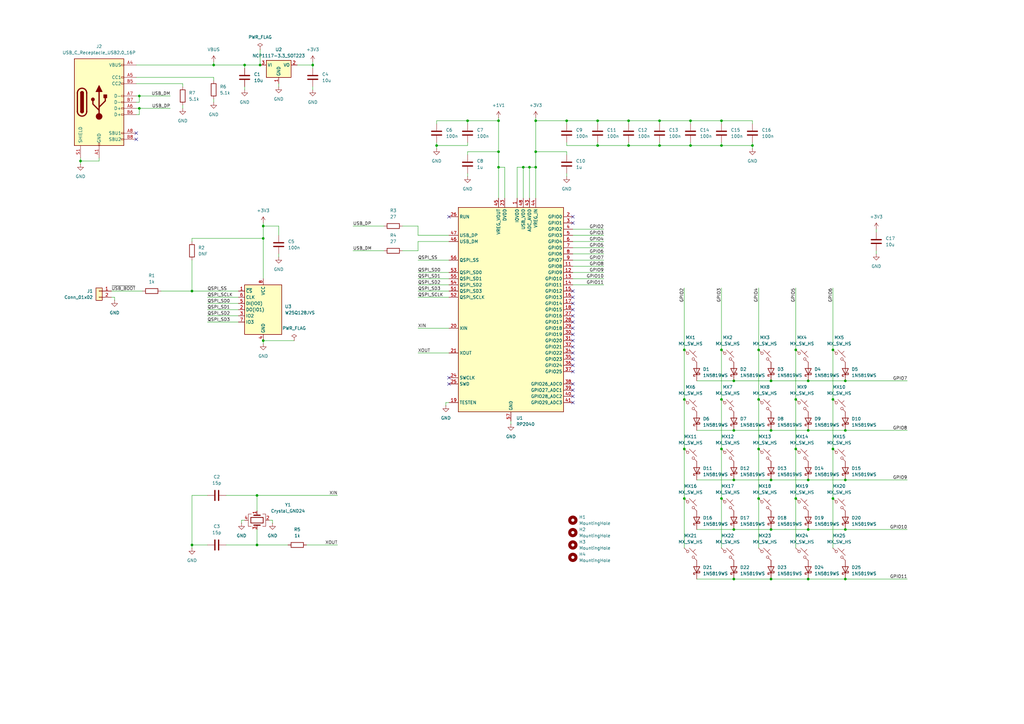
<source format=kicad_sch>
(kicad_sch (version 20231120) (generator "eeschema") (generator_version "8.0")
  (paper "A3")
  (title_block (title "Jakarta R1") (date "2024-06-16") (rev "1") (company "Gingaishi"))
  (junction (at 57.15 44.45))
  (junction (at 295.91 184.15))
  (junction (at 316.23 237.49))
  (junction (at 219.71 68.58))
  (junction (at 346.71 217.17))
  (junction (at 300.99 237.49))
  (junction (at 283.21 49.53))
  (junction (at 331.47 176.53))
  (junction (at 100.33 26.67))
  (junction (at 204.47 49.53))
  (junction (at 217.17 68.58))
  (junction (at 295.91 49.53))
  (junction (at 346.71 176.53))
  (junction (at 311.15 143.51))
  (junction (at 300.99 156.21))
  (junction (at 331.47 237.49))
  (junction (at 232.41 49.53))
  (junction (at 107.95 97.79))
  (junction (at 257.81 59.69))
  (junction (at 78.74 223.52))
  (junction (at 105.41 223.52))
  (junction (at 295.91 204.47))
  (junction (at 280.67 184.15))
  (junction (at 311.15 204.47))
  (junction (at 204.47 68.58))
  (junction (at 105.41 203.2))
  (junction (at 311.15 163.83))
  (junction (at 308.61 59.69))
  (junction (at 107.95 139.7))
  (junction (at 326.39 204.47))
  (junction (at 326.39 143.51))
  (junction (at 257.81 49.53))
  (junction (at 295.91 143.51))
  (junction (at 316.23 156.21))
  (junction (at 341.63 163.83))
  (junction (at 346.71 196.85))
  (junction (at 341.63 184.15))
  (junction (at 245.11 49.53))
  (junction (at 341.63 204.47))
  (junction (at 295.91 163.83))
  (junction (at 300.99 176.53))
  (junction (at 106.68 26.67))
  (junction (at 283.21 59.69))
  (junction (at 316.23 176.53))
  (junction (at 191.77 49.53))
  (junction (at 107.95 92.71))
  (junction (at 219.71 62.23))
  (junction (at 270.51 59.69))
  (junction (at 204.47 62.23))
  (junction (at 280.67 204.47))
  (junction (at 295.91 59.69))
  (junction (at 341.63 143.51))
  (junction (at 280.67 163.83))
  (junction (at 316.23 217.17))
  (junction (at 326.39 184.15))
  (junction (at 33.02 66.04))
  (junction (at 270.51 49.53))
  (junction (at 331.47 217.17))
  (junction (at 179.07 59.69))
  (junction (at 316.23 196.85))
  (junction (at 87.63 26.67))
  (junction (at 128.27 26.67))
  (junction (at 245.11 59.69))
  (junction (at 331.47 196.85))
  (junction (at 346.71 237.49))
  (junction (at 346.71 156.21))
  (junction (at 78.74 119.38))
  (junction (at 331.47 156.21))
  (junction (at 219.71 49.53))
  (junction (at 326.39 163.83))
  (junction (at 311.15 184.15))
  (junction (at 300.99 196.85))
  (junction (at 57.15 39.37))
  (junction (at 214.63 68.58))
  (junction (at 300.99 217.17))
  (junction (at 280.67 143.51))
  (no_connect (at 234.95 149.86))
  (no_connect (at 234.95 129.54))
  (no_connect (at 184.15 157.48))
  (no_connect (at 234.95 157.48))
  (no_connect (at 55.88 57.15))
  (no_connect (at 234.95 137.16))
  (no_connect (at 234.95 165.1))
  (no_connect (at 234.95 162.56))
  (no_connect (at 234.95 139.7))
  (no_connect (at 234.95 121.92))
  (no_connect (at 234.95 134.62))
  (no_connect (at 234.95 152.4))
  (no_connect (at 234.95 124.46))
  (no_connect (at 234.95 160.02))
  (no_connect (at 55.88 54.61))
  (no_connect (at 234.95 91.44))
  (no_connect (at 234.95 119.38))
  (no_connect (at 234.95 127))
  (no_connect (at 234.95 88.9))
  (no_connect (at 234.95 147.32))
  (no_connect (at 234.95 142.24))
  (no_connect (at 184.15 154.94))
  (no_connect (at 184.15 88.9))
  (no_connect (at 234.95 144.78))
  (no_connect (at 234.95 132.08))
  (wire (pts (xy 245.11 49.53) (xy 232.41 49.53)))
  (wire (pts (xy 270.51 50.8) (xy 270.51 49.53)))
  (wire (pts (xy 285.75 156.21) (xy 300.99 156.21)))
  (wire (pts (xy 234.95 93.98) (xy 247.65 93.98)))
  (wire (pts (xy 55.88 46.99) (xy 57.15 46.99)))
  (wire (pts (xy 191.77 49.53) (xy 204.47 49.53)))
  (wire (pts (xy 78.74 97.79) (xy 107.95 97.79)))
  (wire (pts (xy 295.91 184.15) (xy 295.91 204.47)))
  (wire (pts (xy 234.95 114.3) (xy 247.65 114.3)))
  (wire (pts (xy 128.27 26.67) (xy 128.27 27.94)))
  (wire (pts (xy 234.95 116.84) (xy 247.65 116.84)))
  (wire (pts (xy 331.47 196.85) (xy 346.71 196.85)))
  (wire (pts (xy 171.45 92.71) (xy 171.45 96.52)))
  (wire (pts (xy 234.95 109.22) (xy 247.65 109.22)))
  (wire (pts (xy 179.07 59.69) (xy 179.07 60.96)))
  (wire (pts (xy 311.15 163.83) (xy 311.15 184.15)))
  (wire (pts (xy 295.91 204.47) (xy 295.91 224.79)))
  (wire (pts (xy 232.41 62.23) (xy 219.71 62.23)))
  (wire (pts (xy 316.23 196.85) (xy 331.47 196.85)))
  (wire (pts (xy 165.1 102.87) (xy 171.45 102.87)))
  (wire (pts (xy 346.71 217.17) (xy 372.11 217.17)))
  (wire (pts (xy 191.77 71.12) (xy 191.77 72.39)))
  (wire (pts (xy 245.11 50.8) (xy 245.11 49.53)))
  (wire (pts (xy 105.41 223.52) (xy 105.41 217.17)))
  (wire (pts (xy 280.67 163.83) (xy 280.67 184.15)))
  (wire (pts (xy 234.95 106.68) (xy 247.65 106.68)))
  (wire (pts (xy 157.48 92.71) (xy 144.78 92.71)))
  (wire (pts (xy 280.67 143.51) (xy 280.67 163.83)))
  (wire (pts (xy 87.63 26.67) (xy 100.33 26.67)))
  (wire (pts (xy 74.93 34.29) (xy 74.93 35.56)))
  (wire (pts (xy 212.09 81.28) (xy 212.09 68.58)))
  (wire (pts (xy 346.71 176.53) (xy 372.11 176.53)))
  (wire (pts (xy 232.41 58.42) (xy 232.41 59.69)))
  (wire (pts (xy 219.71 68.58) (xy 219.71 62.23)))
  (wire (pts (xy 171.45 114.3) (xy 184.15 114.3)))
  (wire (pts (xy 331.47 156.21) (xy 346.71 156.21)))
  (wire (pts (xy 78.74 106.68) (xy 78.74 119.38)))
  (wire (pts (xy 33.02 64.77) (xy 33.02 66.04)))
  (wire (pts (xy 85.09 129.54) (xy 97.79 129.54)))
  (wire (pts (xy 300.99 237.49) (xy 316.23 237.49)))
  (wire (pts (xy 87.63 40.64) (xy 87.63 41.91)))
  (wire (pts (xy 283.21 58.42) (xy 283.21 59.69)))
  (wire (pts (xy 55.88 26.67) (xy 87.63 26.67)))
  (wire (pts (xy 33.02 66.04) (xy 33.02 67.31)))
  (wire (pts (xy 300.99 176.53) (xy 316.23 176.53)))
  (wire (pts (xy 106.68 20.32) (xy 106.68 26.67)))
  (wire (pts (xy 219.71 81.28) (xy 219.71 68.58)))
  (wire (pts (xy 125.73 223.52) (xy 138.43 223.52)))
  (wire (pts (xy 128.27 25.4) (xy 128.27 26.67)))
  (wire (pts (xy 341.63 143.51) (xy 341.63 118.11)))
  (wire (pts (xy 295.91 143.51) (xy 295.91 163.83)))
  (wire (pts (xy 57.15 41.91) (xy 57.15 39.37)))
  (wire (pts (xy 46.99 123.19) (xy 46.99 121.92)))
  (wire (pts (xy 341.63 184.15) (xy 341.63 204.47)))
  (wire (pts (xy 191.77 59.69) (xy 191.77 58.42)))
  (wire (pts (xy 311.15 143.51) (xy 311.15 163.83)))
  (wire (pts (xy 179.07 50.8) (xy 179.07 49.53)))
  (wire (pts (xy 107.95 92.71) (xy 114.3 92.71)))
  (wire (pts (xy 105.41 203.2) (xy 138.43 203.2)))
  (wire (pts (xy 107.95 91.44) (xy 107.95 92.71)))
  (wire (pts (xy 57.15 39.37) (xy 69.85 39.37)))
  (wire (pts (xy 85.09 124.46) (xy 97.79 124.46)))
  (wire (pts (xy 245.11 58.42) (xy 245.11 59.69)))
  (wire (pts (xy 107.95 92.71) (xy 107.95 97.79)))
  (wire (pts (xy 232.41 50.8) (xy 232.41 49.53)))
  (wire (pts (xy 331.47 217.17) (xy 346.71 217.17)))
  (wire (pts (xy 316.23 156.21) (xy 331.47 156.21)))
  (wire (pts (xy 234.95 101.6) (xy 247.65 101.6)))
  (wire (pts (xy 171.45 102.87) (xy 171.45 99.06)))
  (wire (pts (xy 311.15 184.15) (xy 311.15 204.47)))
  (wire (pts (xy 171.45 134.62) (xy 184.15 134.62)))
  (wire (pts (xy 85.09 132.08) (xy 97.79 132.08)))
  (wire (pts (xy 179.07 59.69) (xy 191.77 59.69)))
  (wire (pts (xy 85.09 203.2) (xy 78.74 203.2)))
  (wire (pts (xy 285.75 196.85) (xy 300.99 196.85)))
  (wire (pts (xy 311.15 204.47) (xy 311.15 224.79)))
  (wire (pts (xy 40.64 66.04) (xy 40.64 64.77)))
  (wire (pts (xy 234.95 111.76) (xy 247.65 111.76)))
  (wire (pts (xy 326.39 143.51) (xy 326.39 163.83)))
  (wire (pts (xy 55.88 41.91) (xy 57.15 41.91)))
  (wire (pts (xy 280.67 204.47) (xy 280.67 224.79)))
  (wire (pts (xy 55.88 34.29) (xy 74.93 34.29)))
  (wire (pts (xy 316.23 217.17) (xy 331.47 217.17)))
  (wire (pts (xy 55.88 44.45) (xy 57.15 44.45)))
  (wire (pts (xy 46.99 121.92) (xy 45.72 121.92)))
  (wire (pts (xy 114.3 92.71) (xy 114.3 96.52)))
  (wire (pts (xy 171.45 96.52) (xy 184.15 96.52)))
  (wire (pts (xy 171.45 111.76) (xy 184.15 111.76)))
  (wire (pts (xy 283.21 59.69) (xy 295.91 59.69)))
  (wire (pts (xy 78.74 223.52) (xy 85.09 223.52)))
  (wire (pts (xy 55.88 31.75) (xy 87.63 31.75)))
  (wire (pts (xy 295.91 50.8) (xy 295.91 49.53)))
  (wire (pts (xy 78.74 203.2) (xy 78.74 223.52)))
  (wire (pts (xy 171.45 121.92) (xy 184.15 121.92)))
  (wire (pts (xy 300.99 196.85) (xy 316.23 196.85)))
  (wire (pts (xy 346.71 196.85) (xy 372.11 196.85)))
  (wire (pts (xy 257.81 59.69) (xy 270.51 59.69)))
  (wire (pts (xy 128.27 35.56) (xy 128.27 36.83)))
  (wire (pts (xy 121.92 26.67) (xy 128.27 26.67)))
  (wire (pts (xy 85.09 121.92) (xy 97.79 121.92)))
  (wire (pts (xy 346.71 237.49) (xy 372.11 237.49)))
  (wire (pts (xy 182.88 166.37) (xy 182.88 165.1)))
  (wire (pts (xy 100.33 26.67) (xy 100.33 27.94)))
  (wire (pts (xy 232.41 71.12) (xy 232.41 72.39)))
  (wire (pts (xy 171.45 99.06) (xy 184.15 99.06)))
  (wire (pts (xy 204.47 68.58) (xy 204.47 81.28)))
  (wire (pts (xy 171.45 106.68) (xy 184.15 106.68)))
  (wire (pts (xy 207.01 81.28) (xy 207.01 68.58)))
  (wire (pts (xy 57.15 46.99) (xy 57.15 44.45)))
  (wire (pts (xy 171.45 119.38) (xy 184.15 119.38)))
  (wire (pts (xy 232.41 62.23) (xy 232.41 63.5)))
  (wire (pts (xy 316.23 237.49) (xy 331.47 237.49)))
  (wire (pts (xy 331.47 176.53) (xy 346.71 176.53)))
  (wire (pts (xy 66.04 119.38) (xy 78.74 119.38)))
  (wire (pts (xy 341.63 163.83) (xy 341.63 184.15)))
  (wire (pts (xy 326.39 184.15) (xy 326.39 204.47)))
  (wire (pts (xy 300.99 217.17) (xy 316.23 217.17)))
  (wire (pts (xy 285.75 237.49) (xy 300.99 237.49)))
  (wire (pts (xy 179.07 58.42) (xy 179.07 59.69)))
  (wire (pts (xy 204.47 48.26) (xy 204.47 49.53)))
  (wire (pts (xy 107.95 139.7) (xy 107.95 140.97)))
  (wire (pts (xy 341.63 204.47) (xy 341.63 224.79)))
  (wire (pts (xy 270.51 58.42) (xy 270.51 59.69)))
  (wire (pts (xy 341.63 143.51) (xy 341.63 163.83)))
  (wire (pts (xy 359.41 93.98) (xy 359.41 95.25)))
  (wire (pts (xy 308.61 50.8) (xy 308.61 49.53)))
  (wire (pts (xy 78.74 119.38) (xy 97.79 119.38)))
  (wire (pts (xy 311.15 143.51) (xy 311.15 118.11)))
  (wire (pts (xy 99.06 214.63) (xy 99.06 213.36)))
  (wire (pts (xy 191.77 62.23) (xy 191.77 63.5)))
  (wire (pts (xy 100.33 35.56) (xy 100.33 36.83)))
  (wire (pts (xy 331.47 237.49) (xy 346.71 237.49)))
  (wire (pts (xy 107.95 139.7) (xy 120.65 139.7)))
  (wire (pts (xy 157.48 102.87) (xy 144.78 102.87)))
  (wire (pts (xy 308.61 49.53) (xy 295.91 49.53)))
  (wire (pts (xy 78.74 99.06) (xy 78.74 97.79)))
  (wire (pts (xy 105.41 203.2) (xy 105.41 209.55)))
  (wire (pts (xy 295.91 49.53) (xy 283.21 49.53)))
  (wire (pts (xy 359.41 102.87) (xy 359.41 104.14)))
  (wire (pts (xy 204.47 68.58) (xy 204.47 62.23)))
  (wire (pts (xy 219.71 49.53) (xy 219.71 62.23)))
  (wire (pts (xy 57.15 44.45) (xy 69.85 44.45)))
  (wire (pts (xy 214.63 68.58) (xy 214.63 81.28)))
  (wire (pts (xy 280.67 184.15) (xy 280.67 204.47)))
  (wire (pts (xy 107.95 97.79) (xy 107.95 114.3)))
  (wire (pts (xy 74.93 43.18) (xy 74.93 44.45)))
  (wire (pts (xy 308.61 59.69) (xy 308.61 60.96)))
  (wire (pts (xy 217.17 68.58) (xy 217.17 81.28)))
  (wire (pts (xy 92.71 203.2) (xy 105.41 203.2)))
  (wire (pts (xy 182.88 165.1) (xy 184.15 165.1)))
  (wire (pts (xy 191.77 50.8) (xy 191.77 49.53)))
  (wire (pts (xy 219.71 48.26) (xy 219.71 49.53)))
  (wire (pts (xy 99.06 213.36) (xy 100.33 213.36)))
  (wire (pts (xy 214.63 68.58) (xy 217.17 68.58)))
  (wire (pts (xy 78.74 223.52) (xy 78.74 224.79)))
  (wire (pts (xy 165.1 92.71) (xy 171.45 92.71)))
  (wire (pts (xy 283.21 49.53) (xy 270.51 49.53)))
  (wire (pts (xy 316.23 176.53) (xy 331.47 176.53)))
  (wire (pts (xy 232.41 59.69) (xy 245.11 59.69)))
  (wire (pts (xy 257.81 49.53) (xy 245.11 49.53)))
  (wire (pts (xy 295.91 143.51) (xy 295.91 118.11)))
  (wire (pts (xy 45.72 119.38) (xy 58.42 119.38)))
  (wire (pts (xy 257.81 58.42) (xy 257.81 59.69)))
  (wire (pts (xy 280.67 143.51) (xy 280.67 118.11)))
  (wire (pts (xy 285.75 217.17) (xy 300.99 217.17)))
  (wire (pts (xy 55.88 39.37) (xy 57.15 39.37)))
  (wire (pts (xy 111.76 214.63) (xy 111.76 213.36)))
  (wire (pts (xy 212.09 68.58) (xy 214.63 68.58)))
  (wire (pts (xy 234.95 96.52) (xy 247.65 96.52)))
  (wire (pts (xy 346.71 156.21) (xy 372.11 156.21)))
  (wire (pts (xy 295.91 58.42) (xy 295.91 59.69)))
  (wire (pts (xy 100.33 26.67) (xy 106.68 26.67)))
  (wire (pts (xy 326.39 204.47) (xy 326.39 224.79)))
  (wire (pts (xy 33.02 66.04) (xy 40.64 66.04)))
  (wire (pts (xy 232.41 49.53) (xy 219.71 49.53)))
  (wire (pts (xy 295.91 59.69) (xy 308.61 59.69)))
  (wire (pts (xy 245.11 59.69) (xy 257.81 59.69)))
  (wire (pts (xy 285.75 176.53) (xy 300.99 176.53)))
  (wire (pts (xy 308.61 59.69) (xy 308.61 58.42)))
  (wire (pts (xy 300.99 156.21) (xy 316.23 156.21)))
  (wire (pts (xy 270.51 59.69) (xy 283.21 59.69)))
  (wire (pts (xy 283.21 50.8) (xy 283.21 49.53)))
  (wire (pts (xy 234.95 104.14) (xy 247.65 104.14)))
  (wire (pts (xy 114.3 34.29) (xy 114.3 35.56)))
  (wire (pts (xy 270.51 49.53) (xy 257.81 49.53)))
  (wire (pts (xy 295.91 163.83) (xy 295.91 184.15)))
  (wire (pts (xy 92.71 223.52) (xy 105.41 223.52)))
  (wire (pts (xy 209.55 172.72) (xy 209.55 173.99)))
  (wire (pts (xy 171.45 116.84) (xy 184.15 116.84)))
  (wire (pts (xy 204.47 49.53) (xy 204.47 62.23)))
  (wire (pts (xy 87.63 26.67) (xy 87.63 25.4)))
  (wire (pts (xy 105.41 223.52) (xy 118.11 223.52)))
  (wire (pts (xy 234.95 99.06) (xy 247.65 99.06)))
  (wire (pts (xy 171.45 144.78) (xy 184.15 144.78)))
  (wire (pts (xy 326.39 143.51) (xy 326.39 118.11)))
  (wire (pts (xy 257.81 50.8) (xy 257.81 49.53)))
  (wire (pts (xy 179.07 49.53) (xy 191.77 49.53)))
  (wire (pts (xy 85.09 127) (xy 97.79 127)))
  (wire (pts (xy 114.3 104.14) (xy 114.3 105.41)))
  (wire (pts (xy 217.17 68.58) (xy 219.71 68.58)))
  (wire (pts (xy 207.01 68.58) (xy 204.47 68.58)))
  (wire (pts (xy 111.76 213.36) (xy 110.49 213.36)))
  (wire (pts (xy 204.47 62.23) (xy 191.77 62.23)))
  (wire (pts (xy 87.63 31.75) (xy 87.63 33.02)))
  (wire (pts (xy 326.39 163.83) (xy 326.39 184.15)))
  (label "GPIO10" (at 372.11 217.17 180))
  (label "GPIO7" (at 247.65 106.68 180))
  (label "GPIO2" (at 280.67 118.11 270))
  (label "GPIO4" (at 247.65 99.06 180))
  (label "GPIO5" (at 247.65 101.6 180))
  (label "GPIO2" (at 247.65 93.98 180))
  (label "QSPI_SD3" (at 171.45 119.38 0))
  (label "QSPI_SD0" (at 85.09 124.46 0))
  (label "GPIO7" (at 372.11 156.21 180))
  (label "XIN" (at 138.43 203.2 180))
  (label "USB_DP" (at 144.78 92.71 0))
  (label "XIN" (at 171.45 134.62 0))
  (label "GPIO6" (at 341.63 118.11 270))
  (label "GPIO4" (at 311.15 118.11 270))
  (label "~{USB_BOOT}" (at 45.72 119.38 0))
  (label "GPIO3" (at 247.65 96.52 180))
  (label "QSPI_SD1" (at 171.45 114.3 0))
  (label "QSPI_SCLK" (at 85.09 121.92 0))
  (label "QSPI_SD2" (at 85.09 129.54 0))
  (label "GPIO11" (at 372.11 237.49 180))
  (label "QSPI_SD3" (at 85.09 132.08 0))
  (label "GPIO5" (at 326.39 118.11 270))
  (label "QSPI_SD1" (at 85.09 127 0))
  (label "GPIO8" (at 247.65 109.22 180))
  (label "QSPI_SCLK" (at 171.45 121.92 0))
  (label "GPIO3" (at 295.91 118.11 270))
  (label "GPIO9" (at 372.11 196.85 180))
  (label "QSPI_SD0" (at 171.45 111.76 0))
  (label "GPIO6" (at 247.65 104.14 180))
  (label "QSPI_SS" (at 171.45 106.68 0))
  (label "GPIO8" (at 372.11 176.53 180))
  (label "USB_DM" (at 69.85 39.37 180))
  (label "USB_DP" (at 69.85 44.45 180))
  (label "GPIO11" (at 247.65 116.84 180))
  (label "USB_DM" (at 144.78 102.87 0))
  (label "GPIO10" (at 247.65 114.3 180))
  (label "XOUT" (at 171.45 144.78 0))
  (label "GPIO9" (at 247.65 111.76 180))
  (label "XOUT" (at 138.43 223.52 180))
  (label "QSPI_SD2" (at 171.45 116.84 0))
  (label "QSPI_SS" (at 85.09 119.38 0))
  (symbol (lib_id "power:+1V1") (at 204.47 48.26 0) (unit 1)
    (property "Reference" "#PWR019" (effects (hide yes)))
    (property "Value" "+1V1" (at 204.47 43.18 0))
    (property "Description" "Power symbol creates a global label with name \"+1V1\"" (effects (hide yes)))
  )
  (symbol (lib_id "Diode:1N5819WS") (at 300.99 152.4 90) (unit 1)
    (property "Reference" "D2" (at 303.53 151.4474 90) (effects (justify right)))
    (property "Value" "1N5819WS" (at 303.53 153.9874 90) (effects (justify right)))
    (property "Footprint" "Diode_SMD:D_SOD-323" (effects (hide yes)))
    (property "Datasheet" "https://datasheet.lcsc.com/lcsc/2204281430_Guangdong-Hottech-1N5819WS_C191023.pdf" (effects (hide yes)))
    (property "Description" "40V 600mV@1A 1A SOD-323 Schottky Barrier Diodes, SOD-323" (effects (hide yes)))
  )
  (symbol (lib_id "power:GND") (at 74.93 44.45 0) (unit 1)
    (property "Reference" "#PWR02" (effects (hide yes)))
    (property "Value" "GND" (at 74.93 49.53 0))
    (property "Description" "Power symbol creates a global label with name \"GND\" , ground" (effects (hide yes)))
  )
  (symbol (lib_id "Regulator_Linear:NCP1117-3.3_SOT223") (at 114.3 26.67 0) (unit 1)
    (property "Reference" "U2" (at 114.3 20.32 0))
    (property "Value" "NCP1117-3.3_SOT223" (at 114.3 22.86 0))
    (property "Footprint" "Package_TO_SOT_SMD:SOT-223-3_TabPin2" (effects (hide yes)))
    (property "Datasheet" "http://www.onsemi.com/pub_link/Collateral/NCP1117-D.PDF" (effects (hide yes)))
    (property "Description" "1A Low drop-out regulator, Fixed Output 3.3V, SOT-223" (effects (hide yes)))
  )
  (symbol (lib_id "power:GND") (at 111.76 214.63 0) (unit 1)
    (property "Reference" "#PWR014" (effects (hide yes)))
    (property "Value" "GND" (at 111.76 219.71 0))
    (property "Description" "Power symbol creates a global label with name \"GND\" , ground" (effects (hide yes)))
  )
  (symbol (lib_id "power:GND") (at 107.95 140.97 0) (unit 1)
    (property "Reference" "#PWR09" (effects (hide yes)))
    (property "Value" "GND" (at 107.95 146.05 0))
    (property "Description" "Power symbol creates a global label with name \"GND\" , ground" (effects (hide yes)))
  )
  (symbol (lib_id "power:GND") (at 308.61 60.96 0) (unit 1)
    (property "Reference" "#PWR021" (effects (hide yes)))
    (property "Value" "GND" (at 308.61 66.04 0))
    (property "Description" "Power symbol creates a global label with name \"GND\" , ground" (effects (hide yes)))
  )
  (symbol (lib_id "Diode:1N5819WS") (at 285.75 193.04 90) (unit 1)
    (property "Reference" "D11" (at 288.29 192.0874 90) (effects (justify right)))
    (property "Value" "1N5819WS" (at 288.29 194.6274 90) (effects (justify right)))
    (property "Footprint" "Diode_SMD:D_SOD-323" (effects (hide yes)))
    (property "Datasheet" "https://datasheet.lcsc.com/lcsc/2204281430_Guangdong-Hottech-1N5819WS_C191023.pdf" (effects (hide yes)))
    (property "Description" "40V 600mV@1A 1A SOD-323 Schottky Barrier Diodes, SOD-323" (effects (hide yes)))
  )
  (symbol (lib_id "Diode:1N5819WS") (at 300.99 172.72 90) (unit 1)
    (property "Reference" "D7" (at 303.53 171.7674 90) (effects (justify right)))
    (property "Value" "1N5819WS" (at 303.53 174.3074 90) (effects (justify right)))
    (property "Footprint" "Diode_SMD:D_SOD-323" (effects (hide yes)))
    (property "Datasheet" "https://datasheet.lcsc.com/lcsc/2204281430_Guangdong-Hottech-1N5819WS_C191023.pdf" (effects (hide yes)))
    (property "Description" "40V 600mV@1A 1A SOD-323 Schottky Barrier Diodes, SOD-323" (effects (hide yes)))
  )
  (symbol (lib_id "PCM_marbastlib-mx:MX_SW_HS_CPG151101S11") (at 283.21 186.69 0) (unit 1)
    (property "Reference" "MX11" (at 283.21 179.07 0))
    (property "Value" "MX_SW_HS" (at 283.21 181.61 0))
    (property "Footprint" "PCM_marbastlib-mx:SW_MX_HS_CPG151101S11_1u" (effects (hide yes)))
    (property "Description" "Push button switch, normally open, two pins, 45° tilted, Kailh CPG151101S11 for Cherry MX style switches" (effects (hide yes)))
  )
  (symbol (lib_id "power:GND") (at 179.07 60.96 0) (unit 1)
    (property "Reference" "#PWR018" (effects (hide yes)))
    (property "Value" "GND" (at 179.07 66.04 0))
    (property "Description" "Power symbol creates a global label with name \"GND\" , ground" (effects (hide yes)))
  )
  (symbol (lib_id "power:PWR_FLAG") (at 106.68 20.32 0) (unit 1)
    (property "Reference" "#FLG01" (effects (hide yes)))
    (property "Value" "PWR_FLAG" (at 106.68 15.24 0))
    (property "Description" "Special symbol for telling ERC where power comes from" (effects (hide yes)))
  )
  (symbol (lib_id "PCM_marbastlib-mx:MX_SW_HS_CPG151101S11") (at 344.17 186.69 0) (unit 1)
    (property "Reference" "MX15" (at 344.17 179.07 0))
    (property "Value" "MX_SW_HS" (at 344.17 181.61 0))
    (property "Footprint" "PCM_marbastlib-mx:SW_MX_HS_CPG151101S11_1u" (effects (hide yes)))
    (property "Description" "Push button switch, normally open, two pins, 45° tilted, Kailh CPG151101S11 for Cherry MX style switches" (effects (hide yes)))
  )
  (symbol (lib_id "Diode:1N5819WS") (at 285.75 233.68 90) (unit 1)
    (property "Reference" "D21" (at 288.29 232.7274 90) (effects (justify right)))
    (property "Value" "1N5819WS" (at 288.29 235.2674 90) (effects (justify right)))
    (property "Footprint" "Diode_SMD:D_SOD-323" (effects (hide yes)))
    (property "Datasheet" "https://datasheet.lcsc.com/lcsc/2204281430_Guangdong-Hottech-1N5819WS_C191023.pdf" (effects (hide yes)))
    (property "Description" "40V 600mV@1A 1A SOD-323 Schottky Barrier Diodes, SOD-323" (effects (hide yes)))
  )
  (symbol (lib_id "Diode:1N5819WS") (at 285.75 172.72 90) (unit 1)
    (property "Reference" "D6" (at 288.29 171.7674 90) (effects (justify right)))
    (property "Value" "1N5819WS" (at 288.29 174.3074 90) (effects (justify right)))
    (property "Footprint" "Diode_SMD:D_SOD-323" (effects (hide yes)))
    (property "Datasheet" "https://datasheet.lcsc.com/lcsc/2204281430_Guangdong-Hottech-1N5819WS_C191023.pdf" (effects (hide yes)))
    (property "Description" "40V 600mV@1A 1A SOD-323 Schottky Barrier Diodes, SOD-323" (effects (hide yes)))
  )
  (symbol (lib_id "Device:C") (at 114.3 100.33 0) (unit 1)
    (property "Reference" "C5" (at 118.11 99.0599 0) (effects (justify left)))
    (property "Value" "100n" (at 118.11 101.5999 0) (effects (justify left)))
    (property "Footprint" "Capacitor_SMD:C_0402_1005Metric" (effects (hide yes)))
    (property "Description" "Unpolarized capacitor" (effects (hide yes)))
  )
  (symbol (lib_id "Diode:1N5819WS") (at 346.71 213.36 90) (unit 1)
    (property "Reference" "D20" (at 349.25 212.4074 90) (effects (justify right)))
    (property "Value" "1N5819WS" (at 349.25 214.9474 90) (effects (justify right)))
    (property "Footprint" "Diode_SMD:D_SOD-323" (effects (hide yes)))
    (property "Datasheet" "https://datasheet.lcsc.com/lcsc/2204281430_Guangdong-Hottech-1N5819WS_C191023.pdf" (effects (hide yes)))
    (property "Description" "40V 600mV@1A 1A SOD-323 Schottky Barrier Diodes, SOD-323" (effects (hide yes)))
  )
  (symbol (lib_id "PCM_marbastlib-mx:MX_SW_HS_CPG151101S11") (at 328.93 227.33 0) (unit 1)
    (property "Reference" "MX24" (at 328.93 219.71 0))
    (property "Value" "MX_SW_HS" (at 328.93 222.25 0))
    (property "Footprint" "PCM_marbastlib-mx:SW_MX_HS_CPG151101S11_1u" (effects (hide yes)))
    (property "Description" "Push button switch, normally open, two pins, 45° tilted, Kailh CPG151101S11 for Cherry MX style switches" (effects (hide yes)))
  )
  (symbol (lib_id "Device:R") (at 121.92 223.52 90) (unit 1)
    (property "Reference" "R5" (at 121.92 217.17 90))
    (property "Value" "1k" (at 121.92 219.71 90))
    (property "Footprint" "Resistor_SMD:R_0402_1005Metric" (effects (hide yes)))
    (property "Description" "Resistor" (effects (hide yes)))
  )
  (symbol (lib_id "Diode:1N5819WS") (at 285.75 213.36 90) (unit 1)
    (property "Reference" "D16" (at 288.29 212.4074 90) (effects (justify right)))
    (property "Value" "1N5819WS" (at 288.29 214.9474 90) (effects (justify right)))
    (property "Footprint" "Diode_SMD:D_SOD-323" (effects (hide yes)))
    (property "Datasheet" "https://datasheet.lcsc.com/lcsc/2204281430_Guangdong-Hottech-1N5819WS_C191023.pdf" (effects (hide yes)))
    (property "Description" "40V 600mV@1A 1A SOD-323 Schottky Barrier Diodes, SOD-323" (effects (hide yes)))
  )
  (symbol (lib_id "Device:C") (at 295.91 54.61 0) (unit 1)
    (property "Reference" "C15" (at 299.72 53.3399 0) (effects (justify left)))
    (property "Value" "100n" (at 299.72 55.8799 0) (effects (justify left)))
    (property "Footprint" "Capacitor_SMD:C_0402_1005Metric" (effects (hide yes)))
    (property "Description" "Unpolarized capacitor" (effects (hide yes)))
  )
  (symbol (lib_id "PCM_marbastlib-mx:MX_SW_HS_CPG151101S11") (at 344.17 166.37 0) (unit 1)
    (property "Reference" "MX10" (at 344.17 158.75 0))
    (property "Value" "MX_SW_HS" (at 344.17 161.29 0))
    (property "Footprint" "PCM_marbastlib-mx:SW_MX_HS_CPG151101S11_1u" (effects (hide yes)))
    (property "Description" "Push button switch, normally open, two pins, 45° tilted, Kailh CPG151101S11 for Cherry MX style switches" (effects (hide yes)))
  )
  (symbol (lib_id "Diode:1N5819WS") (at 346.71 193.04 90) (unit 1)
    (property "Reference" "D15" (at 349.25 192.0874 90) (effects (justify right)))
    (property "Value" "1N5819WS" (at 349.25 194.6274 90) (effects (justify right)))
    (property "Footprint" "Diode_SMD:D_SOD-323" (effects (hide yes)))
    (property "Datasheet" "https://datasheet.lcsc.com/lcsc/2204281430_Guangdong-Hottech-1N5819WS_C191023.pdf" (effects (hide yes)))
    (property "Description" "40V 600mV@1A 1A SOD-323 Schottky Barrier Diodes, SOD-323" (effects (hide yes)))
  )
  (symbol (lib_id "Mechanical:MountingHole") (at 234.95 223.52 0) (unit 1) (exclude_from_sim yes) (in_bom no)
    (property "Reference" "H3" (at 237.49 222.2499 0) (effects (justify left)))
    (property "Value" "MountingHole" (at 237.49 224.7899 0) (effects (justify left)))
    (property "Footprint" "MountingHole:MountingHole_3.2mm_M3" (effects (hide yes)))
    (property "Description" "Mounting Hole without connection" (effects (hide yes)))
  )
  (symbol (lib_id "power:GND") (at 114.3 105.41 0) (unit 1)
    (property "Reference" "#PWR010" (effects (hide yes)))
    (property "Value" "GND" (at 114.3 110.49 0))
    (property "Description" "Power symbol creates a global label with name \"GND\" , ground" (effects (hide yes)))
  )
  (symbol (lib_id "PCM_marbastlib-mx:MX_SW_HS_CPG151101S11") (at 298.45 146.05 0) (unit 1)
    (property "Reference" "MX2" (at 298.45 138.43 0))
    (property "Value" "MX_SW_HS" (at 298.45 140.97 0))
    (property "Footprint" "PCM_marbastlib-mx:SW_MX_HS_CPG151101S11_1u" (effects (hide yes)))
    (property "Description" "Push button switch, normally open, two pins, 45° tilted, Kailh CPG151101S11 for Cherry MX style switches" (effects (hide yes)))
  )
  (symbol (lib_id "power:GND") (at 46.99 123.19 0) (unit 1)
    (property "Reference" "#PWR011" (effects (hide yes)))
    (property "Value" "GND" (at 46.99 128.27 0))
    (property "Description" "Power symbol creates a global label with name \"GND\" , ground" (effects (hide yes)))
  )
  (symbol (lib_id "power:PWR_FLAG") (at 120.65 139.7 0) (unit 1)
    (property "Reference" "#FLG02" (effects (hide yes)))
    (property "Value" "PWR_FLAG" (at 120.65 134.62 0))
    (property "Description" "Special symbol for telling ERC where power comes from" (effects (hide yes)))
  )
  (symbol (lib_id "Diode:1N5819WS") (at 346.71 233.68 90) (unit 1)
    (property "Reference" "D25" (at 349.25 232.7274 90) (effects (justify right)))
    (property "Value" "1N5819WS" (at 349.25 235.2674 90) (effects (justify right)))
    (property "Footprint" "Diode_SMD:D_SOD-323" (effects (hide yes)))
    (property "Datasheet" "https://datasheet.lcsc.com/lcsc/2204281430_Guangdong-Hottech-1N5819WS_C191023.pdf" (effects (hide yes)))
    (property "Description" "40V 600mV@1A 1A SOD-323 Schottky Barrier Diodes, SOD-323" (effects (hide yes)))
  )
  (symbol (lib_id "power:+3V3") (at 107.95 91.44 0) (unit 1)
    (property "Reference" "#PWR08" (effects (hide yes)))
    (property "Value" "+3V3" (at 107.95 86.36 0))
    (property "Description" "Power symbol creates a global label with name \"+3V3\"" (effects (hide yes)))
  )
  (symbol (lib_id "Device:C") (at 359.41 99.06 0) (unit 1)
    (property "Reference" "C17" (at 363.22 97.7899 0) (effects (justify left)))
    (property "Value" "10u" (at 363.22 100.3299 0) (effects (justify left)))
    (property "Footprint" "Capacitor_SMD:C_0805_2012Metric" (effects (hide yes)))
    (property "Description" "Unpolarized capacitor" (effects (hide yes)))
  )
  (symbol (lib_id "PCM_marbastlib-mx:MX_SW_HS_CPG151101S11") (at 344.17 207.01 0) (unit 1)
    (property "Reference" "MX20" (at 344.17 199.39 0))
    (property "Value" "MX_SW_HS" (at 344.17 201.93 0))
    (property "Footprint" "PCM_marbastlib-mx:SW_MX_HS_CPG151101S11_1u" (effects (hide yes)))
    (property "Description" "Push button switch, normally open, two pins, 45° tilted, Kailh CPG151101S11 for Cherry MX style switches" (effects (hide yes)))
  )
  (symbol (lib_id "PCM_marbastlib-mx:MX_SW_HS_CPG151101S11") (at 298.45 207.01 0) (unit 1)
    (property "Reference" "MX17" (at 298.45 199.39 0))
    (property "Value" "MX_SW_HS" (at 298.45 201.93 0))
    (property "Footprint" "PCM_marbastlib-mx:SW_MX_HS_CPG151101S11_1u" (effects (hide yes)))
    (property "Description" "Push button switch, normally open, two pins, 45° tilted, Kailh CPG151101S11 for Cherry MX style switches" (effects (hide yes)))
  )
  (symbol (lib_id "Connector_Generic:Conn_01x02") (at 40.64 119.38 0) (mirror y) (unit 1)
    (property "Reference" "J1" (at 38.1 119.3799 0) (effects (justify left)))
    (property "Value" "Conn_01x02" (at 38.1 121.9199 0) (effects (justify left)))
    (property "Footprint" "Connector_PinHeader_2.54mm:PinHeader_1x02_P2.54mm_Vertical" (effects (hide yes)))
    (property "Description" "Generic connector, single row, 01x02, script generated (kicad-library-utils/schlib/autogen/connector/)" (effects (hide yes)))
  )
  (symbol (lib_id "Diode:1N5819WS") (at 300.99 213.36 90) (unit 1)
    (property "Reference" "D17" (at 303.53 212.4074 90) (effects (justify right)))
    (property "Value" "1N5819WS" (at 303.53 214.9474 90) (effects (justify right)))
    (property "Footprint" "Diode_SMD:D_SOD-323" (effects (hide yes)))
    (property "Datasheet" "https://datasheet.lcsc.com/lcsc/2204281430_Guangdong-Hottech-1N5819WS_C191023.pdf" (effects (hide yes)))
    (property "Description" "40V 600mV@1A 1A SOD-323 Schottky Barrier Diodes, SOD-323" (effects (hide yes)))
  )
  (symbol (lib_id "power:+3V3") (at 128.27 25.4 0) (unit 1)
    (property "Reference" "#PWR07" (effects (hide yes)))
    (property "Value" "+3V3" (at 128.27 20.32 0))
    (property "Description" "Power symbol creates a global label with name \"+3V3\"" (effects (hide yes)))
  )
  (symbol (lib_id "Device:R") (at 161.29 92.71 90) (unit 1)
    (property "Reference" "R3" (at 161.29 86.36 90))
    (property "Value" "27" (at 161.29 88.9 90))
    (property "Footprint" "Resistor_SMD:R_0402_1005Metric" (effects (hide yes)))
    (property "Description" "Resistor" (effects (hide yes)))
  )
  (symbol (lib_id "Mechanical:MountingHole") (at 234.95 218.44 0) (unit 1) (exclude_from_sim yes) (in_bom no)
    (property "Reference" "H2" (at 237.49 217.1699 0) (effects (justify left)))
    (property "Value" "MountingHole" (at 237.49 219.7099 0) (effects (justify left)))
    (property "Footprint" "MountingHole:MountingHole_3.2mm_M3" (effects (hide yes)))
    (property "Description" "Mounting Hole without connection" (effects (hide yes)))
  )
  (symbol (lib_id "Device:C") (at 283.21 54.61 0) (unit 1)
    (property "Reference" "C14" (at 287.02 53.3399 0) (effects (justify left)))
    (property "Value" "100n" (at 287.02 55.8799 0) (effects (justify left)))
    (property "Footprint" "Capacitor_SMD:C_0402_1005Metric" (effects (hide yes)))
    (property "Description" "Unpolarized capacitor" (effects (hide yes)))
  )
  (symbol (lib_id "Device:C") (at 191.77 54.61 0) (unit 1)
    (property "Reference" "C7" (at 195.58 53.3399 0) (effects (justify left)))
    (property "Value" "100n" (at 195.58 55.8799 0) (effects (justify left)))
    (property "Footprint" "Capacitor_SMD:C_0402_1005Metric" (effects (hide yes)))
    (property "Description" "Unpolarized capacitor" (effects (hide yes)))
  )
  (symbol (lib_id "Diode:1N5819WS") (at 331.47 172.72 90) (unit 1)
    (property "Reference" "D9" (at 334.01 171.7674 90) (effects (justify right)))
    (property "Value" "1N5819WS" (at 334.01 174.3074 90) (effects (justify right)))
    (property "Footprint" "Diode_SMD:D_SOD-323" (effects (hide yes)))
    (property "Datasheet" "https://datasheet.lcsc.com/lcsc/2204281430_Guangdong-Hottech-1N5819WS_C191023.pdf" (effects (hide yes)))
    (property "Description" "40V 600mV@1A 1A SOD-323 Schottky Barrier Diodes, SOD-323" (effects (hide yes)))
  )
  (symbol (lib_id "Device:C") (at 179.07 54.61 0) (unit 1)
    (property "Reference" "C6" (at 182.88 53.3399 0) (effects (justify left)))
    (property "Value" "100n" (at 182.88 55.8799 0) (effects (justify left)))
    (property "Footprint" "Capacitor_SMD:C_0402_1005Metric" (effects (hide yes)))
    (property "Description" "Unpolarized capacitor" (effects (hide yes)))
  )
  (symbol (lib_id "Device:R") (at 62.23 119.38 90) (unit 1)
    (property "Reference" "R1" (at 62.23 113.03 90))
    (property "Value" "1k" (at 62.23 115.57 90))
    (property "Footprint" "Resistor_SMD:R_0402_1005Metric" (effects (hide yes)))
    (property "Description" "Resistor" (effects (hide yes)))
  )
  (symbol (lib_id "power:VBUS") (at 87.63 25.4 0) (unit 1)
    (property "Reference" "#PWR01" (effects (hide yes)))
    (property "Value" "VBUS" (at 87.63 20.32 0))
    (property "Description" "Power symbol creates a global label with name \"VBUS\"" (effects (hide yes)))
  )
  (symbol (lib_id "PCM_marbastlib-mx:MX_SW_HS_CPG151101S11") (at 313.69 207.01 0) (unit 1)
    (property "Reference" "MX18" (at 313.69 199.39 0))
    (property "Value" "MX_SW_HS" (at 313.69 201.93 0))
    (property "Footprint" "PCM_marbastlib-mx:SW_MX_HS_CPG151101S11_1u" (effects (hide yes)))
    (property "Description" "Push button switch, normally open, two pins, 45° tilted, Kailh CPG151101S11 for Cherry MX style switches" (effects (hide yes)))
  )
  (symbol (lib_id "Diode:1N5819WS") (at 316.23 193.04 90) (unit 1)
    (property "Reference" "D13" (at 318.77 192.0874 90) (effects (justify right)))
    (property "Value" "1N5819WS" (at 318.77 194.6274 90) (effects (justify right)))
    (property "Footprint" "Diode_SMD:D_SOD-323" (effects (hide yes)))
    (property "Datasheet" "https://datasheet.lcsc.com/lcsc/2204281430_Guangdong-Hottech-1N5819WS_C191023.pdf" (effects (hide yes)))
    (property "Description" "40V 600mV@1A 1A SOD-323 Schottky Barrier Diodes, SOD-323" (effects (hide yes)))
  )
  (symbol (lib_id "Connector:USB_C_Receptacle_USB2.0_16P") (at 40.64 41.91 0) (unit 1)
    (property "Reference" "J2" (at 40.64 19.05 0))
    (property "Value" "USB_C_Receptacle_USB2.0_16P" (at 40.64 21.59 0))
    (property "Footprint" "Connector_USB:USB_C_Receptacle_GCT_USB4085" (effects (hide yes)))
    (property "Datasheet" "https://www.usb.org/sites/default/files/documents/usb_type-c.zip" (effects (hide yes)))
    (property "Description" "USB 2.0-only 16P Type-C Receptacle connector" (effects (hide yes)))
  )
  (symbol (lib_id "PCM_marbastlib-mx:MX_SW_HS_CPG151101S11") (at 328.93 166.37 0) (unit 1)
    (property "Reference" "MX9" (at 328.93 158.75 0))
    (property "Value" "MX_SW_HS" (at 328.93 161.29 0))
    (property "Footprint" "PCM_marbastlib-mx:SW_MX_HS_CPG151101S11_1u" (effects (hide yes)))
    (property "Description" "Push button switch, normally open, two pins, 45° tilted, Kailh CPG151101S11 for Cherry MX style switches" (effects (hide yes)))
  )
  (symbol (lib_id "Diode:1N5819WS") (at 331.47 233.68 90) (unit 1)
    (property "Reference" "D24" (at 334.01 232.7274 90) (effects (justify right)))
    (property "Value" "1N5819WS" (at 334.01 235.2674 90) (effects (justify right)))
    (property "Footprint" "Diode_SMD:D_SOD-323" (effects (hide yes)))
    (property "Datasheet" "https://datasheet.lcsc.com/lcsc/2204281430_Guangdong-Hottech-1N5819WS_C191023.pdf" (effects (hide yes)))
    (property "Description" "40V 600mV@1A 1A SOD-323 Schottky Barrier Diodes, SOD-323" (effects (hide yes)))
  )
  (symbol (lib_id "Device:R") (at 78.74 102.87 180) (unit 1)
    (property "Reference" "R2" (at 81.28 101.5999 0) (effects (justify right)))
    (property "Value" "DNF" (at 81.28 104.1399 0) (effects (justify right)))
    (property "Footprint" "Resistor_SMD:R_0402_1005Metric" (effects (hide yes)))
    (property "Description" "Resistor" (effects (hide yes)))
  )
  (symbol (lib_id "Device:C") (at 232.41 67.31 0) (unit 1)
    (property "Reference" "C10" (at 236.22 66.0399 0) (effects (justify left)))
    (property "Value" "1u" (at 236.22 68.5799 0) (effects (justify left)))
    (property "Footprint" "Capacitor_SMD:C_0402_1005Metric" (effects (hide yes)))
    (property "Description" "Unpolarized capacitor" (effects (hide yes)))
  )
  (symbol (lib_id "PCM_marbastlib-mx:MX_SW_HS_CPG151101S11") (at 298.45 186.69 0) (unit 1)
    (property "Reference" "MX12" (at 298.45 179.07 0))
    (property "Value" "MX_SW_HS" (at 298.45 181.61 0))
    (property "Footprint" "PCM_marbastlib-mx:SW_MX_HS_CPG151101S11_1u" (effects (hide yes)))
    (property "Description" "Push button switch, normally open, two pins, 45° tilted, Kailh CPG151101S11 for Cherry MX style switches" (effects (hide yes)))
  )
  (symbol (lib_id "Diode:1N5819WS") (at 316.23 233.68 90) (unit 1)
    (property "Reference" "D23" (at 318.77 232.7274 90) (effects (justify right)))
    (property "Value" "1N5819WS" (at 318.77 235.2674 90) (effects (justify right)))
    (property "Footprint" "Diode_SMD:D_SOD-323" (effects (hide yes)))
    (property "Datasheet" "https://datasheet.lcsc.com/lcsc/2204281430_Guangdong-Hottech-1N5819WS_C191023.pdf" (effects (hide yes)))
    (property "Description" "40V 600mV@1A 1A SOD-323 Schottky Barrier Diodes, SOD-323" (effects (hide yes)))
  )
  (symbol (lib_id "Device:R") (at 87.63 36.83 0) (unit 1)
    (property "Reference" "R6" (at 90.17 35.5599 0) (effects (justify left)))
    (property "Value" "5.1k" (at 90.17 38.0999 0) (effects (justify left)))
    (property "Footprint" "Resistor_SMD:R_0402_1005Metric" (effects (hide yes)))
    (property "Description" "Resistor" (effects (hide yes)))
  )
  (symbol (lib_id "Diode:1N5819WS") (at 300.99 193.04 90) (unit 1)
    (property "Reference" "D12" (at 303.53 192.0874 90) (effects (justify right)))
    (property "Value" "1N5819WS" (at 303.53 194.6274 90) (effects (justify right)))
    (property "Footprint" "Diode_SMD:D_SOD-323" (effects (hide yes)))
    (property "Datasheet" "https://datasheet.lcsc.com/lcsc/2204281430_Guangdong-Hottech-1N5819WS_C191023.pdf" (effects (hide yes)))
    (property "Description" "40V 600mV@1A 1A SOD-323 Schottky Barrier Diodes, SOD-323" (effects (hide yes)))
  )
  (symbol (lib_id "Device:C") (at 100.33 31.75 0) (unit 1)
    (property "Reference" "C1" (at 104.14 30.4799 0) (effects (justify left)))
    (property "Value" "10u" (at 104.14 33.0199 0) (effects (justify left)))
    (property "Footprint" "Capacitor_SMD:C_0805_2012Metric" (effects (hide yes)))
    (property "Description" "Unpolarized capacitor" (effects (hide yes)))
  )
  (symbol (lib_id "PCM_marbastlib-mx:MX_SW_HS_CPG151101S11") (at 283.21 227.33 0) (unit 1)
    (property "Reference" "MX21" (at 283.21 219.71 0))
    (property "Value" "MX_SW_HS" (at 283.21 222.25 0))
    (property "Footprint" "PCM_marbastlib-mx:SW_MX_HS_CPG151101S11_1u" (effects (hide yes)))
    (property "Description" "Push button switch, normally open, two pins, 45° tilted, Kailh CPG151101S11 for Cherry MX style switches" (effects (hide yes)))
  )
  (symbol (lib_id "power:GND") (at 359.41 104.14 0) (unit 1)
    (property "Reference" "#PWR025" (effects (hide yes)))
    (property "Value" "GND" (at 359.41 109.22 0))
    (property "Description" "Power symbol creates a global label with name \"GND\" , ground" (effects (hide yes)))
  )
  (symbol (lib_id "power:GND") (at 191.77 72.39 0) (unit 1)
    (property "Reference" "#PWR017" (effects (hide yes)))
    (property "Value" "GND" (at 191.77 77.47 0))
    (property "Description" "Power symbol creates a global label with name \"GND\" , ground" (effects (hide yes)))
  )
  (symbol (lib_id "PCM_marbastlib-mx:MX_SW_HS_CPG151101S11") (at 328.93 146.05 0) (unit 1)
    (property "Reference" "MX4" (at 328.93 138.43 0))
    (property "Value" "MX_SW_HS" (at 328.93 140.97 0))
    (property "Footprint" "PCM_marbastlib-mx:SW_MX_HS_CPG151101S11_1u" (effects (hide yes)))
    (property "Description" "Push button switch, normally open, two pins, 45° tilted, Kailh CPG151101S11 for Cherry MX style switches" (effects (hide yes)))
  )
  (symbol (lib_id "Diode:1N5819WS") (at 285.75 152.4 90) (unit 1)
    (property "Reference" "D1" (at 288.29 151.4474 90) (effects (justify right)))
    (property "Value" "1N5819WS" (at 288.29 153.9874 90) (effects (justify right)))
    (property "Footprint" "Diode_SMD:D_SOD-323" (effects (hide yes)))
    (property "Datasheet" "https://datasheet.lcsc.com/lcsc/2204281430_Guangdong-Hottech-1N5819WS_C191023.pdf" (effects (hide yes)))
    (property "Description" "40V 600mV@1A 1A SOD-323 Schottky Barrier Diodes, SOD-323" (effects (hide yes)))
  )
  (symbol (lib_id "Device:C") (at 308.61 54.61 0) (unit 1)
    (property "Reference" "C16" (at 312.42 53.3399 0) (effects (justify left)))
    (property "Value" "100n" (at 312.42 55.8799 0) (effects (justify left)))
    (property "Footprint" "Capacitor_SMD:C_0402_1005Metric" (effects (hide yes)))
    (property "Description" "Unpolarized capacitor" (effects (hide yes)))
  )
  (symbol (lib_id "Device:C") (at 245.11 54.61 0) (unit 1)
    (property "Reference" "C11" (at 248.92 53.3399 0) (effects (justify left)))
    (property "Value" "100n" (at 248.92 55.8799 0) (effects (justify left)))
    (property "Footprint" "Capacitor_SMD:C_0402_1005Metric" (effects (hide yes)))
    (property "Description" "Unpolarized capacitor" (effects (hide yes)))
  )
  (symbol (lib_id "power:GND") (at 232.41 72.39 0) (unit 1)
    (property "Reference" "#PWR016" (effects (hide yes)))
    (property "Value" "GND" (at 232.41 77.47 0))
    (property "Description" "Power symbol creates a global label with name \"GND\" , ground" (effects (hide yes)))
  )
  (symbol (lib_id "PCM_marbastlib-mx:MX_SW_HS_CPG151101S11") (at 328.93 207.01 0) (unit 1)
    (property "Reference" "MX19" (at 328.93 199.39 0))
    (property "Value" "MX_SW_HS" (at 328.93 201.93 0))
    (property "Footprint" "PCM_marbastlib-mx:SW_MX_HS_CPG151101S11_1u" (effects (hide yes)))
    (property "Description" "Push button switch, normally open, two pins, 45° tilted, Kailh CPG151101S11 for Cherry MX style switches" (effects (hide yes)))
  )
  (symbol (lib_id "Diode:1N5819WS") (at 316.23 213.36 90) (unit 1)
    (property "Reference" "D18" (at 318.77 212.4074 90) (effects (justify right)))
    (property "Value" "1N5819WS" (at 318.77 214.9474 90) (effects (justify right)))
    (property "Footprint" "Diode_SMD:D_SOD-323" (effects (hide yes)))
    (property "Datasheet" "https://datasheet.lcsc.com/lcsc/2204281430_Guangdong-Hottech-1N5819WS_C191023.pdf" (effects (hide yes)))
    (property "Description" "40V 600mV@1A 1A SOD-323 Schottky Barrier Diodes, SOD-323" (effects (hide yes)))
  )
  (symbol (lib_id "Device:C") (at 128.27 31.75 0) (unit 1)
    (property "Reference" "C4" (at 132.08 30.4799 0) (effects (justify left)))
    (property "Value" "10u" (at 132.08 33.0199 0) (effects (justify left)))
    (property "Footprint" "Capacitor_SMD:C_0805_2012Metric" (effects (hide yes)))
    (property "Description" "Unpolarized capacitor" (effects (hide yes)))
  )
  (symbol (lib_id "Diode:1N5819WS") (at 331.47 213.36 90) (unit 1)
    (property "Reference" "D19" (at 334.01 212.4074 90) (effects (justify right)))
    (property "Value" "1N5819WS" (at 334.01 214.9474 90) (effects (justify right)))
    (property "Footprint" "Diode_SMD:D_SOD-323" (effects (hide yes)))
    (property "Datasheet" "https://datasheet.lcsc.com/lcsc/2204281430_Guangdong-Hottech-1N5819WS_C191023.pdf" (effects (hide yes)))
    (property "Description" "40V 600mV@1A 1A SOD-323 Schottky Barrier Diodes, SOD-323" (effects (hide yes)))
  )
  (symbol (lib_id "PCM_marbastlib-mx:MX_SW_HS_CPG151101S11") (at 313.69 227.33 0) (unit 1)
    (property "Reference" "MX23" (at 313.69 219.71 0))
    (property "Value" "MX_SW_HS" (at 313.69 222.25 0))
    (property "Footprint" "PCM_marbastlib-mx:SW_MX_HS_CPG151101S11_1u" (effects (hide yes)))
    (property "Description" "Push button switch, normally open, two pins, 45° tilted, Kailh CPG151101S11 for Cherry MX style switches" (effects (hide yes)))
  )
  (symbol (lib_id "PCM_marbastlib-mx:MX_SW_HS_CPG151101S11") (at 313.69 166.37 0) (unit 1)
    (property "Reference" "MX8" (at 313.69 158.75 0))
    (property "Value" "MX_SW_HS" (at 313.69 161.29 0))
    (property "Footprint" "PCM_marbastlib-mx:SW_MX_HS_CPG151101S11_1u" (effects (hide yes)))
    (property "Description" "Push button switch, normally open, two pins, 45° tilted, Kailh CPG151101S11 for Cherry MX style switches" (effects (hide yes)))
  )
  (symbol (lib_id "Device:R") (at 161.29 102.87 90) (unit 1)
    (property "Reference" "R4" (at 161.29 96.52 90))
    (property "Value" "27" (at 161.29 99.06 90))
    (property "Footprint" "Resistor_SMD:R_0402_1005Metric" (effects (hide yes)))
    (property "Description" "Resistor" (effects (hide yes)))
  )
  (symbol (lib_id "power:GND") (at 209.55 173.99 0) (unit 1)
    (property "Reference" "#PWR022" (effects (hide yes)))
    (property "Value" "GND" (at 209.55 179.07 0))
    (property "Description" "Power symbol creates a global label with name \"GND\" , ground" (effects (hide yes)))
  )
  (symbol (lib_id "PCM_marbastlib-mx:MX_SW_HS_CPG151101S11") (at 344.17 146.05 0) (unit 1)
    (property "Reference" "MX5" (at 344.17 138.43 0))
    (property "Value" "MX_SW_HS" (at 344.17 140.97 0))
    (property "Footprint" "PCM_marbastlib-mx:SW_MX_HS_CPG151101S11_1u" (effects (hide yes)))
    (property "Description" "Push button switch, normally open, two pins, 45° tilted, Kailh CPG151101S11 for Cherry MX style switches" (effects (hide yes)))
  )
  (symbol (lib_id "Diode:1N5819WS") (at 331.47 193.04 90) (unit 1)
    (property "Reference" "D14" (at 334.01 192.0874 90) (effects (justify right)))
    (property "Value" "1N5819WS" (at 334.01 194.6274 90) (effects (justify right)))
    (property "Footprint" "Diode_SMD:D_SOD-323" (effects (hide yes)))
    (property "Datasheet" "https://datasheet.lcsc.com/lcsc/2204281430_Guangdong-Hottech-1N5819WS_C191023.pdf" (effects (hide yes)))
    (property "Description" "40V 600mV@1A 1A SOD-323 Schottky Barrier Diodes, SOD-323" (effects (hide yes)))
  )
  (symbol (lib_id "power:GND") (at 100.33 36.83 0) (unit 1)
    (property "Reference" "#PWR04" (effects (hide yes)))
    (property "Value" "GND" (at 100.33 41.91 0))
    (property "Description" "Power symbol creates a global label with name \"GND\" , ground" (effects (hide yes)))
  )
  (symbol (lib_id "Device:C") (at 88.9 203.2 90) (unit 1)
    (property "Reference" "C2" (at 88.9 195.58 90))
    (property "Value" "15p" (at 88.9 198.12 90))
    (property "Footprint" "Capacitor_SMD:C_0402_1005Metric" (effects (hide yes)))
    (property "Description" "Unpolarized capacitor" (effects (hide yes)))
  )
  (symbol (lib_id "Diode:1N5819WS") (at 316.23 152.4 90) (unit 1)
    (property "Reference" "D3" (at 318.77 151.4474 90) (effects (justify right)))
    (property "Value" "1N5819WS" (at 318.77 153.9874 90) (effects (justify right)))
    (property "Footprint" "Diode_SMD:D_SOD-323" (effects (hide yes)))
    (property "Datasheet" "https://datasheet.lcsc.com/lcsc/2204281430_Guangdong-Hottech-1N5819WS_C191023.pdf" (effects (hide yes)))
    (property "Description" "40V 600mV@1A 1A SOD-323 Schottky Barrier Diodes, SOD-323" (effects (hide yes)))
  )
  (symbol (lib_id "Mechanical:MountingHole") (at 234.95 228.6 0) (unit 1) (exclude_from_sim yes) (in_bom no)
    (property "Reference" "H4" (at 237.49 227.3299 0) (effects (justify left)))
    (property "Value" "MountingHole" (at 237.49 229.8699 0) (effects (justify left)))
    (property "Footprint" "MountingHole:MountingHole_3.2mm_M3" (effects (hide yes)))
    (property "Description" "Mounting Hole without connection" (effects (hide yes)))
  )
  (symbol (lib_id "PCM_marbastlib-mx:MX_SW_HS_CPG151101S11") (at 283.21 166.37 0) (unit 1)
    (property "Reference" "MX6" (at 283.21 158.75 0))
    (property "Value" "MX_SW_HS" (at 283.21 161.29 0))
    (property "Footprint" "PCM_marbastlib-mx:SW_MX_HS_CPG151101S11_1u" (effects (hide yes)))
    (property "Description" "Push button switch, normally open, two pins, 45° tilted, Kailh CPG151101S11 for Cherry MX style switches" (effects (hide yes)))
  )
  (symbol (lib_id "Mechanical:MountingHole") (at 234.95 213.36 0) (unit 1) (exclude_from_sim yes) (in_bom no)
    (property "Reference" "H1" (at 237.49 212.0899 0) (effects (justify left)))
    (property "Value" "MountingHole" (at 237.49 214.6299 0) (effects (justify left)))
    (property "Footprint" "MountingHole:MountingHole_3.2mm_M3" (effects (hide yes)))
    (property "Description" "Mounting Hole without connection" (effects (hide yes)))
  )
  (symbol (lib_id "Diode:1N5819WS") (at 346.71 172.72 90) (unit 1)
    (property "Reference" "D10" (at 349.25 171.7674 90) (effects (justify right)))
    (property "Value" "1N5819WS" (at 349.25 174.3074 90) (effects (justify right)))
    (property "Footprint" "Diode_SMD:D_SOD-323" (effects (hide yes)))
    (property "Datasheet" "https://datasheet.lcsc.com/lcsc/2204281430_Guangdong-Hottech-1N5819WS_C191023.pdf" (effects (hide yes)))
    (property "Description" "40V 600mV@1A 1A SOD-323 Schottky Barrier Diodes, SOD-323" (effects (hide yes)))
  )
  (symbol (lib_id "Device:C") (at 191.77 67.31 0) (unit 1)
    (property "Reference" "C8" (at 195.58 66.0399 0) (effects (justify left)))
    (property "Value" "1u" (at 195.58 68.5799 0) (effects (justify left)))
    (property "Footprint" "Capacitor_SMD:C_0402_1005Metric" (effects (hide yes)))
    (property "Description" "Unpolarized capacitor" (effects (hide yes)))
  )
  (symbol (lib_id "power:GND") (at 128.27 36.83 0) (unit 1)
    (property "Reference" "#PWR06" (effects (hide yes)))
    (property "Value" "GND" (at 128.27 41.91 0))
    (property "Description" "Power symbol creates a global label with name \"GND\" , ground" (effects (hide yes)))
  )
  (symbol (lib_id "PCM_marbastlib-mx:MX_SW_HS_CPG151101S11") (at 283.21 146.05 0) (unit 1)
    (property "Reference" "MX1" (at 283.21 138.43 0))
    (property "Value" "MX_SW_HS" (at 283.21 140.97 0))
    (property "Footprint" "PCM_marbastlib-mx:SW_MX_HS_CPG151101S11_1u" (effects (hide yes)))
    (property "Description" "Push button switch, normally open, two pins, 45° tilted, Kailh CPG151101S11 for Cherry MX style switches" (effects (hide yes)))
  )
  (symbol (lib_id "Device:C") (at 257.81 54.61 0) (unit 1)
    (property "Reference" "C12" (at 261.62 53.3399 0) (effects (justify left)))
    (property "Value" "100n" (at 261.62 55.8799 0) (effects (justify left)))
    (property "Footprint" "Capacitor_SMD:C_0402_1005Metric" (effects (hide yes)))
    (property "Description" "Unpolarized capacitor" (effects (hide yes)))
  )
  (symbol (lib_id "Device:C") (at 232.41 54.61 0) (unit 1)
    (property "Reference" "C9" (at 236.22 53.3399 0) (effects (justify left)))
    (property "Value" "100n" (at 236.22 55.8799 0) (effects (justify left)))
    (property "Footprint" "Capacitor_SMD:C_0402_1005Metric" (effects (hide yes)))
    (property "Description" "Unpolarized capacitor" (effects (hide yes)))
  )
  (symbol (lib_id "PCM_marbastlib-mx:MX_SW_HS_CPG151101S11") (at 313.69 186.69 0) (unit 1)
    (property "Reference" "MX13" (at 313.69 179.07 0))
    (property "Value" "MX_SW_HS" (at 313.69 181.61 0))
    (property "Footprint" "PCM_marbastlib-mx:SW_MX_HS_CPG151101S11_1u" (effects (hide yes)))
    (property "Description" "Push button switch, normally open, two pins, 45° tilted, Kailh CPG151101S11 for Cherry MX style switches" (effects (hide yes)))
  )
  (symbol (lib_id "power:GND") (at 99.06 214.63 0) (unit 1)
    (property "Reference" "#PWR013" (effects (hide yes)))
    (property "Value" "GND" (at 99.06 219.71 0))
    (property "Description" "Power symbol creates a global label with name \"GND\" , ground" (effects (hide yes)))
  )
  (symbol (lib_id "power:GND") (at 78.74 224.79 0) (unit 1)
    (property "Reference" "#PWR015" (effects (hide yes)))
    (property "Value" "GND" (at 78.74 229.87 0))
    (property "Description" "Power symbol creates a global label with name \"GND\" , ground" (effects (hide yes)))
  )
  (symbol (lib_id "power:GND") (at 87.63 41.91 0) (unit 1)
    (property "Reference" "#PWR03" (effects (hide yes)))
    (property "Value" "GND" (at 87.63 46.99 0))
    (property "Description" "Power symbol creates a global label with name \"GND\" , ground" (effects (hide yes)))
  )
  (symbol (lib_id "power:GND") (at 33.02 67.31 0) (unit 1)
    (property "Reference" "#PWR012" (effects (hide yes)))
    (property "Value" "GND" (at 33.02 72.39 0))
    (property "Description" "Power symbol creates a global label with name \"GND\" , ground" (effects (hide yes)))
  )
  (symbol (lib_id "Diode:1N5819WS") (at 316.23 172.72 90) (unit 1)
    (property "Reference" "D8" (at 318.77 171.7674 90) (effects (justify right)))
    (property "Value" "1N5819WS" (at 318.77 174.3074 90) (effects (justify right)))
    (property "Footprint" "Diode_SMD:D_SOD-323" (effects (hide yes)))
    (property "Datasheet" "https://datasheet.lcsc.com/lcsc/2204281430_Guangdong-Hottech-1N5819WS_C191023.pdf" (effects (hide yes)))
    (property "Description" "40V 600mV@1A 1A SOD-323 Schottky Barrier Diodes, SOD-323" (effects (hide yes)))
  )
  (symbol (lib_id "power:+3V3") (at 359.41 93.98 0) (unit 1)
    (property "Reference" "#PWR024" (effects (hide yes)))
    (property "Value" "+3V3" (at 359.41 88.9 0))
    (property "Description" "Power symbol creates a global label with name \"+3V3\"" (effects (hide yes)))
  )
  (symbol (lib_id "Diode:1N5819WS") (at 346.71 152.4 90) (unit 1)
    (property "Reference" "D5" (at 349.25 151.4474 90) (effects (justify right)))
    (property "Value" "1N5819WS" (at 349.25 153.9874 90) (effects (justify right)))
    (property "Footprint" "Diode_SMD:D_SOD-323" (effects (hide yes)))
    (property "Datasheet" "https://datasheet.lcsc.com/lcsc/2204281430_Guangdong-Hottech-1N5819WS_C191023.pdf" (effects (hide yes)))
    (property "Description" "40V 600mV@1A 1A SOD-323 Schottky Barrier Diodes, SOD-323" (effects (hide yes)))
  )
  (symbol (lib_id "MCU_RaspberryPi:RP2040") (at 209.55 127 0) (unit 1)
    (property "Reference" "U1" (at 211.7441 171.45 0) (effects (justify left)))
    (property "Value" "RP2040" (at 211.7441 173.99 0) (effects (justify left)))
    (property "Footprint" "Package_DFN_QFN:QFN-56-1EP_7x7mm_P0.4mm_EP3.2x3.2mm" (effects (hide yes)))
    (property "Datasheet" "https://datasheets.raspberrypi.com/rp2040/rp2040-datasheet.pdf" (effects (hide yes)))
    (property "Description" "A microcontroller by Raspberry Pi" (effects (hide yes)))
  )
  (symbol (lib_id "Diode:1N5819WS") (at 300.99 233.68 90) (unit 1)
    (property "Reference" "D22" (at 303.53 232.7274 90) (effects (justify right)))
    (property "Value" "1N5819WS" (at 303.53 235.2674 90) (effects (justify right)))
    (property "Footprint" "Diode_SMD:D_SOD-323" (effects (hide yes)))
    (property "Datasheet" "https://datasheet.lcsc.com/lcsc/2204281430_Guangdong-Hottech-1N5819WS_C191023.pdf" (effects (hide yes)))
    (property "Description" "40V 600mV@1A 1A SOD-323 Schottky Barrier Diodes, SOD-323" (effects (hide yes)))
  )
  (symbol (lib_id "power:+3V3") (at 219.71 48.26 0) (unit 1)
    (property "Reference" "#PWR020" (effects (hide yes)))
    (property "Value" "+3V3" (at 219.71 43.18 0))
    (property "Description" "Power symbol creates a global label with name \"+3V3\"" (effects (hide yes)))
  )
  (symbol (lib_id "PCM_marbastlib-mx:MX_SW_HS_CPG151101S11") (at 298.45 227.33 0) (unit 1)
    (property "Reference" "MX22" (at 298.45 219.71 0))
    (property "Value" "MX_SW_HS" (at 298.45 222.25 0))
    (property "Footprint" "PCM_marbastlib-mx:SW_MX_HS_CPG151101S11_1u" (effects (hide yes)))
    (property "Description" "Push button switch, normally open, two pins, 45° tilted, Kailh CPG151101S11 for Cherry MX style switches" (effects (hide yes)))
  )
  (symbol (lib_id "PCM_marbastlib-mx:MX_SW_HS_CPG151101S11") (at 313.69 146.05 0) (unit 1)
    (property "Reference" "MX3" (at 313.69 138.43 0))
    (property "Value" "MX_SW_HS" (at 313.69 140.97 0))
    (property "Footprint" "PCM_marbastlib-mx:SW_MX_HS_CPG151101S11_1u" (effects (hide yes)))
    (property "Description" "Push button switch, normally open, two pins, 45° tilted, Kailh CPG151101S11 for Cherry MX style switches" (effects (hide yes)))
  )
  (symbol (lib_id "PCM_marbastlib-mx:MX_SW_HS_CPG151101S11") (at 344.17 227.33 0) (unit 1)
    (property "Reference" "MX25" (at 344.17 219.71 0))
    (property "Value" "MX_SW_HS" (at 344.17 222.25 0))
    (property "Footprint" "PCM_marbastlib-mx:SW_MX_HS_CPG151101S11_1u" (effects (hide yes)))
    (property "Description" "Push button switch, normally open, two pins, 45° tilted, Kailh CPG151101S11 for Cherry MX style switches" (effects (hide yes)))
  )
  (symbol (lib_id "PCM_marbastlib-mx:MX_SW_HS_CPG151101S11") (at 298.45 166.37 0) (unit 1)
    (property "Reference" "MX7" (at 298.45 158.75 0))
    (property "Value" "MX_SW_HS" (at 298.45 161.29 0))
    (property "Footprint" "PCM_marbastlib-mx:SW_MX_HS_CPG151101S11_1u" (effects (hide yes)))
    (property "Description" "Push button switch, normally open, two pins, 45° tilted, Kailh CPG151101S11 for Cherry MX style switches" (effects (hide yes)))
  )
  (symbol (lib_id "Memory_Flash:W25Q128JVS") (at 107.95 127 0) (unit 1)
    (property "Reference" "U3" (at 116.84 125.7299 0) (effects (justify left)))
    (property "Value" "W25Q128JVS" (at 116.84 128.2699 0) (effects (justify left)))
    (property "Footprint" "Package_SO:SOIC-8_5.23x5.23mm_P1.27mm" (effects (hide yes)))
    (property "Datasheet" "http://www.winbond.com/resource-files/w25q128jv_dtr%20revc%2003272018%20plus.pdf" (effects (hide yes)))
    (property "Description" "128Mb Serial Flash Memory, Standard/Dual/Quad SPI, SOIC-8" (effects (hide yes)))
  )
  (symbol (lib_id "Diode:1N5819WS") (at 331.47 152.4 90) (unit 1)
    (property "Reference" "D4" (at 334.01 151.4474 90) (effects (justify right)))
    (property "Value" "1N5819WS" (at 334.01 153.9874 90) (effects (justify right)))
    (property "Footprint" "Diode_SMD:D_SOD-323" (effects (hide yes)))
    (property "Datasheet" "https://datasheet.lcsc.com/lcsc/2204281430_Guangdong-Hottech-1N5819WS_C191023.pdf" (effects (hide yes)))
    (property "Description" "40V 600mV@1A 1A SOD-323 Schottky Barrier Diodes, SOD-323" (effects (hide yes)))
  )
  (symbol (lib_id "Device:Crystal_GND24") (at 105.41 213.36 270) (unit 1)
    (property "Reference" "Y1" (at 118.11 207.0414 90))
    (property "Value" "Crystal_GND24" (at 118.11 209.5814 90))
    (property "Footprint" "Crystal:Crystal_SMD_3225-4Pin_3.2x2.5mm" (effects (hide yes)))
    (property "Description" "Four pin crystal, GND on pins 2 and 4" (effects (hide yes)))
  )
  (symbol (lib_id "PCM_marbastlib-mx:MX_SW_HS_CPG151101S11") (at 328.93 186.69 0) (unit 1)
    (property "Reference" "MX14" (at 328.93 179.07 0))
    (property "Value" "MX_SW_HS" (at 328.93 181.61 0))
    (property "Footprint" "PCM_marbastlib-mx:SW_MX_HS_CPG151101S11_1u" (effects (hide yes)))
    (property "Description" "Push button switch, normally open, two pins, 45° tilted, Kailh CPG151101S11 for Cherry MX style switches" (effects (hide yes)))
  )
  (symbol (lib_id "Device:C") (at 88.9 223.52 90) (unit 1)
    (property "Reference" "C3" (at 88.9 215.9 90))
    (property "Value" "15p" (at 88.9 218.44 90))
    (property "Footprint" "Capacitor_SMD:C_0402_1005Metric" (effects (hide yes)))
    (property "Description" "Unpolarized capacitor" (effects (hide yes)))
  )
  (symbol (lib_id "power:GND") (at 182.88 166.37 0) (unit 1)
    (property "Reference" "#PWR023" (effects (hide yes)))
    (property "Value" "GND" (at 182.88 171.45 0))
    (property "Description" "Power symbol creates a global label with name \"GND\" , ground" (effects (hide yes)))
  )
  (symbol (lib_id "Device:C") (at 270.51 54.61 0) (unit 1)
    (property "Reference" "C13" (at 274.32 53.3399 0) (effects (justify left)))
    (property "Value" "100n" (at 274.32 55.8799 0) (effects (justify left)))
    (property "Footprint" "Capacitor_SMD:C_0402_1005Metric" (effects (hide yes)))
    (property "Description" "Unpolarized capacitor" (effects (hide yes)))
  )
  (symbol (lib_id "PCM_marbastlib-mx:MX_SW_HS_CPG151101S11") (at 283.21 207.01 0) (unit 1)
    (property "Reference" "MX16" (at 283.21 199.39 0))
    (property "Value" "MX_SW_HS" (at 283.21 201.93 0))
    (property "Footprint" "PCM_marbastlib-mx:SW_MX_HS_CPG151101S11_1u" (effects (hide yes)))
    (property "Description" "Push button switch, normally open, two pins, 45° tilted, Kailh CPG151101S11 for Cherry MX style switches" (effects (hide yes)))
  )
  (symbol (lib_id "power:GND") (at 114.3 35.56 0) (unit 1)
    (property "Reference" "#PWR05" (effects (hide yes)))
    (property "Value" "GND" (at 114.3 40.64 0))
    (property "Description" "Power symbol creates a global label with name \"GND\" , ground" (effects (hide yes)))
  )
  (symbol (lib_id "Device:R") (at 74.93 39.37 0) (unit 1)
    (property "Reference" "R7" (at 77.47 38.0999 0) (effects (justify left)))
    (property "Value" "5.1k" (at 77.47 40.6399 0) (effects (justify left)))
    (property "Footprint" "Resistor_SMD:R_0402_1005Metric" (effects (hide yes)))
    (property "Description" "Resistor" (effects (hide yes)))
  )
)
</source>
